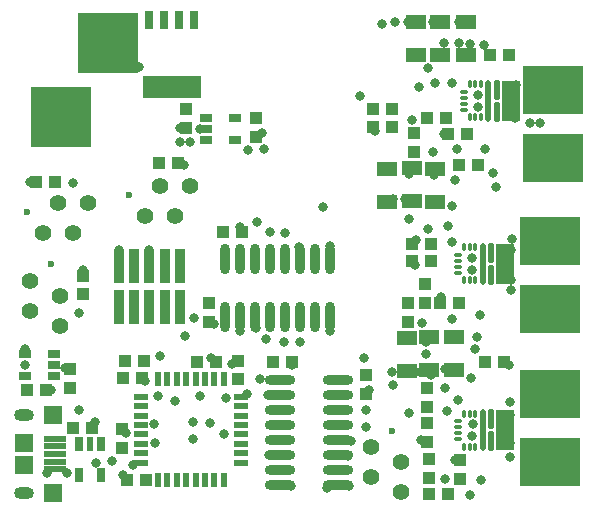
<source format=gts>
G04*
G04 #@! TF.GenerationSoftware,Altium Limited,CircuitMaker,2.0.3 (2.0.3.51)*
G04*
G04 Layer_Color=20142*
%FSLAX25Y25*%
%MOIN*%
G70*
G04*
G04 #@! TF.SameCoordinates,446545F6-0083-4834-B6FB-C9FCCE3C903D*
G04*
G04*
G04 #@! TF.FilePolarity,Negative*
G04*
G01*
G75*
%ADD17R,0.03307X0.11378*%
%ADD18R,0.20079X0.16142*%
%ADD19R,0.20079X0.20079*%
%ADD20R,0.02756X0.04724*%
%ADD21R,0.02362X0.04724*%
%ADD22R,0.05905X0.05905*%
%ADD23R,0.07480X0.01968*%
%ADD24O,0.03150X0.10236*%
%ADD25R,0.02362X0.05118*%
%ADD26R,0.05118X0.02362*%
%ADD27O,0.10236X0.03150*%
%ADD28R,0.04331X0.04331*%
G04:AMPARAMS|DCode=29|XSize=13.78mil|YSize=27.56mil|CornerRadius=4.43mil|HoleSize=0mil|Usage=FLASHONLY|Rotation=90.000|XOffset=0mil|YOffset=0mil|HoleType=Round|Shape=RoundedRectangle|*
%AMROUNDEDRECTD29*
21,1,0.01378,0.01870,0,0,90.0*
21,1,0.00492,0.02756,0,0,90.0*
1,1,0.00886,0.00935,0.00246*
1,1,0.00886,0.00935,-0.00246*
1,1,0.00886,-0.00935,-0.00246*
1,1,0.00886,-0.00935,0.00246*
%
%ADD29ROUNDEDRECTD29*%
G04:AMPARAMS|DCode=30|XSize=13.78mil|YSize=27.56mil|CornerRadius=4.43mil|HoleSize=0mil|Usage=FLASHONLY|Rotation=180.000|XOffset=0mil|YOffset=0mil|HoleType=Round|Shape=RoundedRectangle|*
%AMROUNDEDRECTD30*
21,1,0.01378,0.01870,0,0,180.0*
21,1,0.00492,0.02756,0,0,180.0*
1,1,0.00886,-0.00246,0.00935*
1,1,0.00886,0.00246,0.00935*
1,1,0.00886,0.00246,-0.00935*
1,1,0.00886,-0.00246,-0.00935*
%
%ADD30ROUNDEDRECTD30*%
G04:AMPARAMS|DCode=31|XSize=137.8mil|YSize=19.68mil|CornerRadius=5.91mil|HoleSize=0mil|Usage=FLASHONLY|Rotation=90.000|XOffset=0mil|YOffset=0mil|HoleType=Round|Shape=RoundedRectangle|*
%AMROUNDEDRECTD31*
21,1,0.13780,0.00787,0,0,90.0*
21,1,0.12598,0.01968,0,0,90.0*
1,1,0.01181,0.00394,0.06299*
1,1,0.01181,0.00394,-0.06299*
1,1,0.01181,-0.00394,-0.06299*
1,1,0.01181,-0.00394,0.06299*
%
%ADD31ROUNDEDRECTD31*%
G04:AMPARAMS|DCode=32|XSize=65.94mil|YSize=19.68mil|CornerRadius=5.91mil|HoleSize=0mil|Usage=FLASHONLY|Rotation=90.000|XOffset=0mil|YOffset=0mil|HoleType=Round|Shape=RoundedRectangle|*
%AMROUNDEDRECTD32*
21,1,0.06594,0.00787,0,0,90.0*
21,1,0.05413,0.01968,0,0,90.0*
1,1,0.01181,0.00394,0.02707*
1,1,0.01181,0.00394,-0.02707*
1,1,0.01181,-0.00394,-0.02707*
1,1,0.01181,-0.00394,0.02707*
%
%ADD32ROUNDEDRECTD32*%
%ADD33R,0.04331X0.04331*%
%ADD34R,0.04331X0.03150*%
%ADD35R,0.06693X0.05118*%
%ADD36R,0.02756X0.05905*%
%ADD37R,0.19291X0.07480*%
%ADD38R,0.06102X0.13780*%
G04:AMPARAMS|DCode=39|XSize=133.86mil|YSize=15.75mil|CornerRadius=3.94mil|HoleSize=0mil|Usage=FLASHONLY|Rotation=90.000|XOffset=0mil|YOffset=0mil|HoleType=Round|Shape=RoundedRectangle|*
%AMROUNDEDRECTD39*
21,1,0.13386,0.00787,0,0,90.0*
21,1,0.12598,0.01575,0,0,90.0*
1,1,0.00787,0.00394,0.06299*
1,1,0.00787,0.00394,-0.06299*
1,1,0.00787,-0.00394,-0.06299*
1,1,0.00787,-0.00394,0.06299*
%
%ADD39ROUNDEDRECTD39*%
%ADD40C,0.05512*%
%ADD41C,0.02362*%
%ADD42O,0.06693X0.03937*%
%ADD43C,0.03150*%
D17*
X48031Y69980D02*
D03*
X43012Y83563D02*
D03*
Y69980D02*
D03*
X37992Y83563D02*
D03*
Y69980D02*
D03*
X48031Y83563D02*
D03*
X53051Y69882D02*
D03*
Y83563D02*
D03*
X58071Y69882D02*
D03*
Y83563D02*
D03*
D18*
X181496Y18110D02*
D03*
Y40748D02*
D03*
X181496Y69291D02*
D03*
Y91929D02*
D03*
X182677Y119488D02*
D03*
Y142126D02*
D03*
D19*
X18504Y133071D02*
D03*
X34252Y157874D02*
D03*
D20*
X24409Y13780D02*
D03*
X31890D02*
D03*
Y24016D02*
D03*
X24409D02*
D03*
D21*
X28150D02*
D03*
D22*
X15945Y7874D02*
D03*
X6299Y17126D02*
D03*
Y24606D02*
D03*
X15945Y33858D02*
D03*
D23*
X16634Y23425D02*
D03*
Y15748D02*
D03*
Y18307D02*
D03*
X16651Y20866D02*
D03*
X16634Y25984D02*
D03*
D24*
X73347Y66535D02*
D03*
X78347D02*
D03*
X83346D02*
D03*
X88346D02*
D03*
X93347D02*
D03*
X98347D02*
D03*
X103347D02*
D03*
X108346D02*
D03*
X73347Y85827D02*
D03*
X78347D02*
D03*
X83346D02*
D03*
X88346D02*
D03*
X93347D02*
D03*
X98347D02*
D03*
X103347D02*
D03*
X108346D02*
D03*
D25*
X72835Y45669D02*
D03*
X69685D02*
D03*
X66535D02*
D03*
X63386D02*
D03*
X60236D02*
D03*
X57087D02*
D03*
X53937D02*
D03*
X50787D02*
D03*
X72835Y12205D02*
D03*
X69685D02*
D03*
X66535D02*
D03*
X63386D02*
D03*
X60236D02*
D03*
X57087D02*
D03*
X53937D02*
D03*
X50787D02*
D03*
D26*
X78543Y39961D02*
D03*
Y36811D02*
D03*
Y33661D02*
D03*
Y30512D02*
D03*
Y27362D02*
D03*
Y24213D02*
D03*
Y21063D02*
D03*
Y17913D02*
D03*
X45079Y39961D02*
D03*
Y36811D02*
D03*
Y33661D02*
D03*
Y30512D02*
D03*
Y27362D02*
D03*
Y24213D02*
D03*
Y21063D02*
D03*
Y17913D02*
D03*
D27*
X91535Y45453D02*
D03*
Y40453D02*
D03*
Y35453D02*
D03*
Y30453D02*
D03*
Y25453D02*
D03*
Y20453D02*
D03*
Y15453D02*
D03*
Y10453D02*
D03*
X110827Y45453D02*
D03*
Y40453D02*
D03*
Y35453D02*
D03*
Y30453D02*
D03*
Y25453D02*
D03*
Y20453D02*
D03*
Y15453D02*
D03*
Y10453D02*
D03*
D28*
X141339Y12992D02*
D03*
Y19291D02*
D03*
X139764Y71260D02*
D03*
Y77559D02*
D03*
X25984Y74016D02*
D03*
Y80315D02*
D03*
X77559Y45669D02*
D03*
Y51968D02*
D03*
X120079Y47244D02*
D03*
Y40945D02*
D03*
X140551Y24803D02*
D03*
Y31102D02*
D03*
X151575Y12598D02*
D03*
Y18898D02*
D03*
X67716Y71260D02*
D03*
Y64961D02*
D03*
X83465Y126378D02*
D03*
Y132677D02*
D03*
X134252Y71260D02*
D03*
Y64961D02*
D03*
X140551Y42913D02*
D03*
Y36614D02*
D03*
X38976Y22835D02*
D03*
Y29134D02*
D03*
X136221Y127953D02*
D03*
Y121653D02*
D03*
X60236Y135827D02*
D03*
Y129528D02*
D03*
X21654Y49213D02*
D03*
Y42913D02*
D03*
D29*
X150787Y29724D02*
D03*
Y27756D02*
D03*
Y31693D02*
D03*
Y25787D02*
D03*
Y85236D02*
D03*
Y83268D02*
D03*
Y87205D02*
D03*
Y81299D02*
D03*
X152756Y139567D02*
D03*
Y137598D02*
D03*
Y141535D02*
D03*
Y135630D02*
D03*
D30*
Y23228D02*
D03*
X154724D02*
D03*
X156693D02*
D03*
X152756Y34252D02*
D03*
X154724D02*
D03*
X156693D02*
D03*
X152756Y78740D02*
D03*
X154724D02*
D03*
X156693D02*
D03*
X152756Y89764D02*
D03*
X154724D02*
D03*
X156693D02*
D03*
X154724Y133071D02*
D03*
X156693D02*
D03*
X158661D02*
D03*
X154724Y144095D02*
D03*
X156693D02*
D03*
X158661D02*
D03*
D31*
X159055Y28740D02*
D03*
Y84252D02*
D03*
X161024Y138583D02*
D03*
D32*
X161811Y25098D02*
D03*
Y32382D02*
D03*
Y80610D02*
D03*
Y87894D02*
D03*
X163779Y134941D02*
D03*
Y142224D02*
D03*
D33*
X46063Y51968D02*
D03*
X39764D02*
D03*
X140551Y132677D02*
D03*
X146850D02*
D03*
X10236Y111417D02*
D03*
X16535D02*
D03*
X141339Y7480D02*
D03*
X147638D02*
D03*
X28740Y29528D02*
D03*
X22441D02*
D03*
X46850Y12205D02*
D03*
X40551D02*
D03*
X45669Y46063D02*
D03*
X39370D02*
D03*
X51181Y117717D02*
D03*
X57480D02*
D03*
X95669Y51575D02*
D03*
X89370D02*
D03*
X135433Y90945D02*
D03*
X141732D02*
D03*
X128740Y129921D02*
D03*
X122441D02*
D03*
X122441Y135827D02*
D03*
X128740D02*
D03*
X151181Y71260D02*
D03*
X144882D02*
D03*
X153937Y127559D02*
D03*
X147638D02*
D03*
X7087Y42126D02*
D03*
X13386D02*
D03*
X70079Y51575D02*
D03*
X63779D02*
D03*
X135433Y85039D02*
D03*
X141732D02*
D03*
X159843Y51575D02*
D03*
X166142D02*
D03*
X161417Y153937D02*
D03*
X167717D02*
D03*
X72441Y94882D02*
D03*
X78740D02*
D03*
X151181Y117323D02*
D03*
X157480D02*
D03*
D34*
X16142Y50591D02*
D03*
Y46850D02*
D03*
Y54331D02*
D03*
X6693D02*
D03*
Y46850D02*
D03*
X66929Y129134D02*
D03*
Y125394D02*
D03*
Y132874D02*
D03*
X76378Y125394D02*
D03*
Y132874D02*
D03*
D35*
X127165Y115736D02*
D03*
Y104736D02*
D03*
X149606Y59831D02*
D03*
Y48831D02*
D03*
X141339Y59831D02*
D03*
Y48831D02*
D03*
X143307Y115736D02*
D03*
Y104736D02*
D03*
X137008Y153949D02*
D03*
Y164949D02*
D03*
X144882Y153949D02*
D03*
Y164949D02*
D03*
X133858Y59437D02*
D03*
Y48437D02*
D03*
X135433Y116130D02*
D03*
Y105130D02*
D03*
X153543Y153949D02*
D03*
Y164949D02*
D03*
D36*
X62992Y165354D02*
D03*
X58031D02*
D03*
X52992D02*
D03*
X48031D02*
D03*
D37*
X55512Y143307D02*
D03*
D38*
X166634Y28739D02*
D03*
X166634Y84251D02*
D03*
X168602Y138582D02*
D03*
D39*
X164567Y28740D02*
D03*
Y84252D02*
D03*
X166535Y138583D02*
D03*
D40*
X8268Y78504D02*
D03*
X18268Y63504D02*
D03*
X8268Y68504D02*
D03*
X18268Y73504D02*
D03*
X17598Y104488D02*
D03*
X22598Y94488D02*
D03*
X27598Y104488D02*
D03*
X12598Y94488D02*
D03*
X51575Y110236D02*
D03*
X56575Y100236D02*
D03*
X61575Y110236D02*
D03*
X46575Y100236D02*
D03*
X131890Y18110D02*
D03*
X121890Y13110D02*
D03*
X131890Y8110D02*
D03*
X121890Y23110D02*
D03*
D41*
X15354Y84016D02*
D03*
X7087Y101575D02*
D03*
X41063Y107323D02*
D03*
X128976Y28622D02*
D03*
D42*
X6299Y7874D02*
D03*
Y33858D02*
D03*
D43*
X62992Y66142D02*
D03*
X48031Y88976D02*
D03*
X59842Y60236D02*
D03*
X37795Y88976D02*
D03*
X44488Y150000D02*
D03*
X41732Y163386D02*
D03*
X36614D02*
D03*
X27165Y163779D02*
D03*
X150394Y122441D02*
D03*
X163588Y109875D02*
D03*
X174803Y131102D02*
D03*
X148819Y65748D02*
D03*
X154724Y7087D02*
D03*
X120079Y29921D02*
D03*
X115354Y25197D02*
D03*
X114173Y20079D02*
D03*
X49606Y30709D02*
D03*
X56693Y38583D02*
D03*
X87795Y20472D02*
D03*
X50000Y24409D02*
D03*
X62598Y25984D02*
D03*
X141002Y149421D02*
D03*
X143307Y144488D02*
D03*
X148819Y144488D02*
D03*
X98032Y89764D02*
D03*
X83465Y62750D02*
D03*
X87008Y59055D02*
D03*
X78347Y61811D02*
D03*
X92913Y58268D02*
D03*
X98228Y58071D02*
D03*
X83858Y98031D02*
D03*
X51575Y53543D02*
D03*
X93307Y94488D02*
D03*
X129134Y43701D02*
D03*
X50787Y40157D02*
D03*
X64961D02*
D03*
X72835Y27559D02*
D03*
X121260Y42126D02*
D03*
X95669Y50394D02*
D03*
X148819Y91338D02*
D03*
X155511Y86220D02*
D03*
X123228Y128347D02*
D03*
X135433Y132283D02*
D03*
X137795Y143307D02*
D03*
X118110Y140157D02*
D03*
X136987Y92224D02*
D03*
X140921Y95982D02*
D03*
X6693Y55905D02*
D03*
X87402Y40551D02*
D03*
X80561Y40699D02*
D03*
X86221Y122441D02*
D03*
X114655Y10148D02*
D03*
X107087Y9665D02*
D03*
X125591Y164173D02*
D03*
X129921Y164961D02*
D03*
X31890Y162205D02*
D03*
X151181Y164961D02*
D03*
X142520D02*
D03*
X134252D02*
D03*
X69685Y64173D02*
D03*
X59646Y117323D02*
D03*
X80708Y122047D02*
D03*
X85384Y127953D02*
D03*
X30315Y17717D02*
D03*
X20017Y49545D02*
D03*
X84949Y45669D02*
D03*
X75590Y50787D02*
D03*
X73622Y39370D02*
D03*
X40157Y27953D02*
D03*
X78347Y96653D02*
D03*
X108268Y61811D02*
D03*
X95276Y10236D02*
D03*
X68504Y52756D02*
D03*
X46654Y45079D02*
D03*
X39370Y13780D02*
D03*
X20472Y14665D02*
D03*
X13780Y14567D02*
D03*
X136516Y83957D02*
D03*
X141732Y47244D02*
D03*
X146457Y49213D02*
D03*
X147244Y35039D02*
D03*
X133071Y105905D02*
D03*
X150000Y18898D02*
D03*
X145276Y73228D02*
D03*
X108346Y90315D02*
D03*
X129134Y105905D02*
D03*
X134646Y99213D02*
D03*
X146063Y127559D02*
D03*
X155315Y46260D02*
D03*
X170079Y143701D02*
D03*
X169986Y132877D02*
D03*
X178347Y131102D02*
D03*
X162430Y114628D02*
D03*
X142126Y104331D02*
D03*
X168504Y78740D02*
D03*
Y75590D02*
D03*
Y88976D02*
D03*
X168898Y92520D02*
D03*
X167717Y50394D02*
D03*
X168110Y38189D02*
D03*
Y33858D02*
D03*
X168189Y24478D02*
D03*
X168110Y19685D02*
D03*
X136774Y48249D02*
D03*
X128740Y48031D02*
D03*
X138583Y25591D02*
D03*
X8268Y111417D02*
D03*
X25984Y82284D02*
D03*
X42520Y17323D02*
D03*
X29921Y31496D02*
D03*
X15354Y42126D02*
D03*
X146063Y157874D02*
D03*
X151181D02*
D03*
X154724Y157480D02*
D03*
X159449Y157087D02*
D03*
X158661Y12205D02*
D03*
X159842Y122441D02*
D03*
X64961Y129134D02*
D03*
X58268Y124803D02*
D03*
Y129528D02*
D03*
X61417Y124803D02*
D03*
X27559Y159449D02*
D03*
X37008Y159055D02*
D03*
X42126Y159449D02*
D03*
X29921Y156299D02*
D03*
X42520Y153150D02*
D03*
X25984Y149606D02*
D03*
X148819Y103543D02*
D03*
X147637Y96850D02*
D03*
X158268Y67323D02*
D03*
X38976Y149606D02*
D03*
X30315D02*
D03*
X34646D02*
D03*
X39370Y155905D02*
D03*
X37008Y152756D02*
D03*
X32283D02*
D03*
X34646Y155512D02*
D03*
X25984D02*
D03*
X28346Y152362D02*
D03*
X157480Y136614D02*
D03*
X157480Y140551D02*
D03*
X105905Y103150D02*
D03*
X142520Y121653D02*
D03*
X150000Y112205D02*
D03*
X142913Y113779D02*
D03*
X134646Y114173D02*
D03*
X138976Y64567D02*
D03*
X119685Y52756D02*
D03*
X155512Y82284D02*
D03*
X146446Y42910D02*
D03*
X150787Y38976D02*
D03*
X134646Y34646D02*
D03*
X140157Y54331D02*
D03*
Y58268D02*
D03*
X156496Y55905D02*
D03*
X157087Y59842D02*
D03*
X155709Y30709D02*
D03*
X155511Y26772D02*
D03*
X146457Y12598D02*
D03*
X120079Y35433D02*
D03*
X88189Y94882D02*
D03*
X24532Y35433D02*
D03*
X24409Y67716D02*
D03*
X22441Y111024D02*
D03*
X68110Y31102D02*
D03*
X62598Y31496D02*
D03*
X35433Y18504D02*
D03*
X6693Y50394D02*
D03*
M02*

</source>
